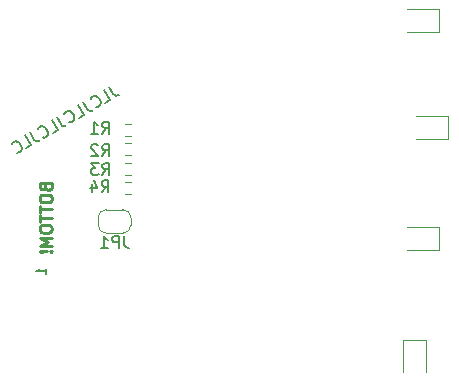
<source format=gbo>
G04 #@! TF.GenerationSoftware,KiCad,Pcbnew,8.0.1*
G04 #@! TF.CreationDate,2024-04-08T19:57:07+01:00*
G04 #@! TF.ProjectId,hexpansion,68657870-616e-4736-996f-6e2e6b696361,rev?*
G04 #@! TF.SameCoordinates,Original*
G04 #@! TF.FileFunction,Legend,Bot*
G04 #@! TF.FilePolarity,Positive*
%FSLAX46Y46*%
G04 Gerber Fmt 4.6, Leading zero omitted, Abs format (unit mm)*
G04 Created by KiCad (PCBNEW 8.0.1) date 2024-04-08 19:57:07*
%MOMM*%
%LPD*%
G01*
G04 APERTURE LIST*
%ADD10C,0.150000*%
%ADD11C,0.250000*%
%ADD12C,0.200000*%
%ADD13C,0.120000*%
G04 APERTURE END LIST*
D10*
X108695814Y-87932481D02*
X109052957Y-88551070D01*
X109052957Y-88551070D02*
X109165625Y-88650979D01*
X109165625Y-88650979D02*
X109295722Y-88685838D01*
X109295722Y-88685838D02*
X109443250Y-88655649D01*
X109443250Y-88655649D02*
X109525728Y-88608030D01*
X108371028Y-89274697D02*
X108783421Y-89036602D01*
X108783421Y-89036602D02*
X108283421Y-88170576D01*
X107539862Y-89644599D02*
X107604910Y-89662029D01*
X107604910Y-89662029D02*
X107752438Y-89631840D01*
X107752438Y-89631840D02*
X107834916Y-89584221D01*
X107834916Y-89584221D02*
X107934825Y-89471553D01*
X107934825Y-89471553D02*
X107969684Y-89341455D01*
X107969684Y-89341455D02*
X107963305Y-89235167D01*
X107963305Y-89235167D02*
X107909306Y-89046400D01*
X107909306Y-89046400D02*
X107837877Y-88922682D01*
X107837877Y-88922682D02*
X107701400Y-88781535D01*
X107701400Y-88781535D02*
X107612541Y-88722866D01*
X107612541Y-88722866D02*
X107482444Y-88688006D01*
X107482444Y-88688006D02*
X107334916Y-88718195D01*
X107334916Y-88718195D02*
X107252438Y-88765814D01*
X107252438Y-88765814D02*
X107152529Y-88878482D01*
X107152529Y-88878482D02*
X107135100Y-88943531D01*
X106468891Y-89218195D02*
X106826034Y-89836785D01*
X106826034Y-89836785D02*
X106938702Y-89936693D01*
X106938702Y-89936693D02*
X107068799Y-89971553D01*
X107068799Y-89971553D02*
X107216327Y-89941364D01*
X107216327Y-89941364D02*
X107298805Y-89893745D01*
X106144105Y-90560411D02*
X106556498Y-90322316D01*
X106556498Y-90322316D02*
X106056498Y-89456291D01*
X105312939Y-90930314D02*
X105377987Y-90947744D01*
X105377987Y-90947744D02*
X105525515Y-90917554D01*
X105525515Y-90917554D02*
X105607994Y-90869935D01*
X105607994Y-90869935D02*
X105707902Y-90757267D01*
X105707902Y-90757267D02*
X105742761Y-90627170D01*
X105742761Y-90627170D02*
X105736382Y-90520882D01*
X105736382Y-90520882D02*
X105682383Y-90332115D01*
X105682383Y-90332115D02*
X105610954Y-90208397D01*
X105610954Y-90208397D02*
X105474477Y-90067249D01*
X105474477Y-90067249D02*
X105385619Y-90008580D01*
X105385619Y-90008580D02*
X105255521Y-89973721D01*
X105255521Y-89973721D02*
X105107994Y-90003910D01*
X105107994Y-90003910D02*
X105025515Y-90051529D01*
X105025515Y-90051529D02*
X104925607Y-90164197D01*
X104925607Y-90164197D02*
X104908177Y-90229246D01*
X104241968Y-90503910D02*
X104599111Y-91122499D01*
X104599111Y-91122499D02*
X104711779Y-91222408D01*
X104711779Y-91222408D02*
X104841877Y-91257267D01*
X104841877Y-91257267D02*
X104989404Y-91227078D01*
X104989404Y-91227078D02*
X105071883Y-91179459D01*
X103917182Y-91846126D02*
X104329575Y-91608031D01*
X104329575Y-91608031D02*
X103829575Y-90742005D01*
X103086016Y-92216028D02*
X103151065Y-92233458D01*
X103151065Y-92233458D02*
X103298592Y-92203269D01*
X103298592Y-92203269D02*
X103381071Y-92155650D01*
X103381071Y-92155650D02*
X103480979Y-92042982D01*
X103480979Y-92042982D02*
X103515839Y-91912884D01*
X103515839Y-91912884D02*
X103509459Y-91806596D01*
X103509459Y-91806596D02*
X103455460Y-91617829D01*
X103455460Y-91617829D02*
X103384032Y-91494111D01*
X103384032Y-91494111D02*
X103247554Y-91352964D01*
X103247554Y-91352964D02*
X103158696Y-91294295D01*
X103158696Y-91294295D02*
X103028598Y-91259435D01*
X103028598Y-91259435D02*
X102881071Y-91289624D01*
X102881071Y-91289624D02*
X102798592Y-91337243D01*
X102798592Y-91337243D02*
X102698684Y-91449911D01*
X102698684Y-91449911D02*
X102681254Y-91514960D01*
X102015045Y-91789624D02*
X102372188Y-92408214D01*
X102372188Y-92408214D02*
X102484856Y-92508122D01*
X102484856Y-92508122D02*
X102614954Y-92542982D01*
X102614954Y-92542982D02*
X102762481Y-92512793D01*
X102762481Y-92512793D02*
X102844960Y-92465174D01*
X101690259Y-93131840D02*
X102102652Y-92893745D01*
X102102652Y-92893745D02*
X101602652Y-92027720D01*
X100859093Y-93501743D02*
X100924142Y-93519173D01*
X100924142Y-93519173D02*
X101071669Y-93488983D01*
X101071669Y-93488983D02*
X101154148Y-93441364D01*
X101154148Y-93441364D02*
X101254056Y-93328696D01*
X101254056Y-93328696D02*
X101288916Y-93198599D01*
X101288916Y-93198599D02*
X101282536Y-93092311D01*
X101282536Y-93092311D02*
X101228537Y-92903544D01*
X101228537Y-92903544D02*
X101157109Y-92779826D01*
X101157109Y-92779826D02*
X101020631Y-92638678D01*
X101020631Y-92638678D02*
X100931773Y-92580009D01*
X100931773Y-92580009D02*
X100801675Y-92545150D01*
X100801675Y-92545150D02*
X100654148Y-92575339D01*
X100654148Y-92575339D02*
X100571669Y-92622958D01*
X100571669Y-92622958D02*
X100471761Y-92735626D01*
X100471761Y-92735626D02*
X100454331Y-92800675D01*
D11*
X103290809Y-96435901D02*
X103338428Y-96578758D01*
X103338428Y-96578758D02*
X103386047Y-96626377D01*
X103386047Y-96626377D02*
X103481285Y-96673996D01*
X103481285Y-96673996D02*
X103624142Y-96673996D01*
X103624142Y-96673996D02*
X103719380Y-96626377D01*
X103719380Y-96626377D02*
X103767000Y-96578758D01*
X103767000Y-96578758D02*
X103814619Y-96483520D01*
X103814619Y-96483520D02*
X103814619Y-96102568D01*
X103814619Y-96102568D02*
X102814619Y-96102568D01*
X102814619Y-96102568D02*
X102814619Y-96435901D01*
X102814619Y-96435901D02*
X102862238Y-96531139D01*
X102862238Y-96531139D02*
X102909857Y-96578758D01*
X102909857Y-96578758D02*
X103005095Y-96626377D01*
X103005095Y-96626377D02*
X103100333Y-96626377D01*
X103100333Y-96626377D02*
X103195571Y-96578758D01*
X103195571Y-96578758D02*
X103243190Y-96531139D01*
X103243190Y-96531139D02*
X103290809Y-96435901D01*
X103290809Y-96435901D02*
X103290809Y-96102568D01*
X102814619Y-97293044D02*
X102814619Y-97483520D01*
X102814619Y-97483520D02*
X102862238Y-97578758D01*
X102862238Y-97578758D02*
X102957476Y-97673996D01*
X102957476Y-97673996D02*
X103147952Y-97721615D01*
X103147952Y-97721615D02*
X103481285Y-97721615D01*
X103481285Y-97721615D02*
X103671761Y-97673996D01*
X103671761Y-97673996D02*
X103767000Y-97578758D01*
X103767000Y-97578758D02*
X103814619Y-97483520D01*
X103814619Y-97483520D02*
X103814619Y-97293044D01*
X103814619Y-97293044D02*
X103767000Y-97197806D01*
X103767000Y-97197806D02*
X103671761Y-97102568D01*
X103671761Y-97102568D02*
X103481285Y-97054949D01*
X103481285Y-97054949D02*
X103147952Y-97054949D01*
X103147952Y-97054949D02*
X102957476Y-97102568D01*
X102957476Y-97102568D02*
X102862238Y-97197806D01*
X102862238Y-97197806D02*
X102814619Y-97293044D01*
X102814619Y-98007330D02*
X102814619Y-98578758D01*
X103814619Y-98293044D02*
X102814619Y-98293044D01*
X102814619Y-98769235D02*
X102814619Y-99340663D01*
X103814619Y-99054949D02*
X102814619Y-99054949D01*
X102814619Y-99864473D02*
X102814619Y-100054949D01*
X102814619Y-100054949D02*
X102862238Y-100150187D01*
X102862238Y-100150187D02*
X102957476Y-100245425D01*
X102957476Y-100245425D02*
X103147952Y-100293044D01*
X103147952Y-100293044D02*
X103481285Y-100293044D01*
X103481285Y-100293044D02*
X103671761Y-100245425D01*
X103671761Y-100245425D02*
X103767000Y-100150187D01*
X103767000Y-100150187D02*
X103814619Y-100054949D01*
X103814619Y-100054949D02*
X103814619Y-99864473D01*
X103814619Y-99864473D02*
X103767000Y-99769235D01*
X103767000Y-99769235D02*
X103671761Y-99673997D01*
X103671761Y-99673997D02*
X103481285Y-99626378D01*
X103481285Y-99626378D02*
X103147952Y-99626378D01*
X103147952Y-99626378D02*
X102957476Y-99673997D01*
X102957476Y-99673997D02*
X102862238Y-99769235D01*
X102862238Y-99769235D02*
X102814619Y-99864473D01*
X103814619Y-100721616D02*
X102814619Y-100721616D01*
X102814619Y-100721616D02*
X103528904Y-101054949D01*
X103528904Y-101054949D02*
X102814619Y-101388282D01*
X102814619Y-101388282D02*
X103814619Y-101388282D01*
X103719380Y-101864473D02*
X103767000Y-101912092D01*
X103767000Y-101912092D02*
X103814619Y-101864473D01*
X103814619Y-101864473D02*
X103767000Y-101816854D01*
X103767000Y-101816854D02*
X103719380Y-101864473D01*
X103719380Y-101864473D02*
X103814619Y-101864473D01*
X103433666Y-101864473D02*
X102862238Y-101816854D01*
X102862238Y-101816854D02*
X102814619Y-101864473D01*
X102814619Y-101864473D02*
X102862238Y-101912092D01*
X102862238Y-101912092D02*
X103433666Y-101864473D01*
X103433666Y-101864473D02*
X102814619Y-101864473D01*
D12*
X103341695Y-103791101D02*
X103341695Y-103333958D01*
X103341695Y-103562530D02*
X102541695Y-103562530D01*
X102541695Y-103562530D02*
X102655980Y-103486339D01*
X102655980Y-103486339D02*
X102732171Y-103410149D01*
X102732171Y-103410149D02*
X102770266Y-103333958D01*
D10*
X109983333Y-100579819D02*
X109983333Y-101294104D01*
X109983333Y-101294104D02*
X110030952Y-101436961D01*
X110030952Y-101436961D02*
X110126190Y-101532200D01*
X110126190Y-101532200D02*
X110269047Y-101579819D01*
X110269047Y-101579819D02*
X110364285Y-101579819D01*
X109507142Y-101579819D02*
X109507142Y-100579819D01*
X109507142Y-100579819D02*
X109126190Y-100579819D01*
X109126190Y-100579819D02*
X109030952Y-100627438D01*
X109030952Y-100627438D02*
X108983333Y-100675057D01*
X108983333Y-100675057D02*
X108935714Y-100770295D01*
X108935714Y-100770295D02*
X108935714Y-100913152D01*
X108935714Y-100913152D02*
X108983333Y-101008390D01*
X108983333Y-101008390D02*
X109030952Y-101056009D01*
X109030952Y-101056009D02*
X109126190Y-101103628D01*
X109126190Y-101103628D02*
X109507142Y-101103628D01*
X107983333Y-101579819D02*
X108554761Y-101579819D01*
X108269047Y-101579819D02*
X108269047Y-100579819D01*
X108269047Y-100579819D02*
X108364285Y-100722676D01*
X108364285Y-100722676D02*
X108459523Y-100817914D01*
X108459523Y-100817914D02*
X108554761Y-100865533D01*
X108066666Y-96854819D02*
X108399999Y-96378628D01*
X108638094Y-96854819D02*
X108638094Y-95854819D01*
X108638094Y-95854819D02*
X108257142Y-95854819D01*
X108257142Y-95854819D02*
X108161904Y-95902438D01*
X108161904Y-95902438D02*
X108114285Y-95950057D01*
X108114285Y-95950057D02*
X108066666Y-96045295D01*
X108066666Y-96045295D02*
X108066666Y-96188152D01*
X108066666Y-96188152D02*
X108114285Y-96283390D01*
X108114285Y-96283390D02*
X108161904Y-96331009D01*
X108161904Y-96331009D02*
X108257142Y-96378628D01*
X108257142Y-96378628D02*
X108638094Y-96378628D01*
X107209523Y-96188152D02*
X107209523Y-96854819D01*
X107447618Y-95807200D02*
X107685713Y-96521485D01*
X107685713Y-96521485D02*
X107066666Y-96521485D01*
X108116666Y-93799819D02*
X108449999Y-93323628D01*
X108688094Y-93799819D02*
X108688094Y-92799819D01*
X108688094Y-92799819D02*
X108307142Y-92799819D01*
X108307142Y-92799819D02*
X108211904Y-92847438D01*
X108211904Y-92847438D02*
X108164285Y-92895057D01*
X108164285Y-92895057D02*
X108116666Y-92990295D01*
X108116666Y-92990295D02*
X108116666Y-93133152D01*
X108116666Y-93133152D02*
X108164285Y-93228390D01*
X108164285Y-93228390D02*
X108211904Y-93276009D01*
X108211904Y-93276009D02*
X108307142Y-93323628D01*
X108307142Y-93323628D02*
X108688094Y-93323628D01*
X107735713Y-92895057D02*
X107688094Y-92847438D01*
X107688094Y-92847438D02*
X107592856Y-92799819D01*
X107592856Y-92799819D02*
X107354761Y-92799819D01*
X107354761Y-92799819D02*
X107259523Y-92847438D01*
X107259523Y-92847438D02*
X107211904Y-92895057D01*
X107211904Y-92895057D02*
X107164285Y-92990295D01*
X107164285Y-92990295D02*
X107164285Y-93085533D01*
X107164285Y-93085533D02*
X107211904Y-93228390D01*
X107211904Y-93228390D02*
X107783332Y-93799819D01*
X107783332Y-93799819D02*
X107164285Y-93799819D01*
X108128744Y-95399501D02*
X108462077Y-94923310D01*
X108700172Y-95399501D02*
X108700172Y-94399501D01*
X108700172Y-94399501D02*
X108319220Y-94399501D01*
X108319220Y-94399501D02*
X108223982Y-94447120D01*
X108223982Y-94447120D02*
X108176363Y-94494739D01*
X108176363Y-94494739D02*
X108128744Y-94589977D01*
X108128744Y-94589977D02*
X108128744Y-94732834D01*
X108128744Y-94732834D02*
X108176363Y-94828072D01*
X108176363Y-94828072D02*
X108223982Y-94875691D01*
X108223982Y-94875691D02*
X108319220Y-94923310D01*
X108319220Y-94923310D02*
X108700172Y-94923310D01*
X107795410Y-94399501D02*
X107176363Y-94399501D01*
X107176363Y-94399501D02*
X107509696Y-94780453D01*
X107509696Y-94780453D02*
X107366839Y-94780453D01*
X107366839Y-94780453D02*
X107271601Y-94828072D01*
X107271601Y-94828072D02*
X107223982Y-94875691D01*
X107223982Y-94875691D02*
X107176363Y-94970929D01*
X107176363Y-94970929D02*
X107176363Y-95209024D01*
X107176363Y-95209024D02*
X107223982Y-95304262D01*
X107223982Y-95304262D02*
X107271601Y-95351882D01*
X107271601Y-95351882D02*
X107366839Y-95399501D01*
X107366839Y-95399501D02*
X107652553Y-95399501D01*
X107652553Y-95399501D02*
X107747791Y-95351882D01*
X107747791Y-95351882D02*
X107795410Y-95304262D01*
X108116666Y-91894819D02*
X108449999Y-91418628D01*
X108688094Y-91894819D02*
X108688094Y-90894819D01*
X108688094Y-90894819D02*
X108307142Y-90894819D01*
X108307142Y-90894819D02*
X108211904Y-90942438D01*
X108211904Y-90942438D02*
X108164285Y-90990057D01*
X108164285Y-90990057D02*
X108116666Y-91085295D01*
X108116666Y-91085295D02*
X108116666Y-91228152D01*
X108116666Y-91228152D02*
X108164285Y-91323390D01*
X108164285Y-91323390D02*
X108211904Y-91371009D01*
X108211904Y-91371009D02*
X108307142Y-91418628D01*
X108307142Y-91418628D02*
X108688094Y-91418628D01*
X107164285Y-91894819D02*
X107735713Y-91894819D01*
X107449999Y-91894819D02*
X107449999Y-90894819D01*
X107449999Y-90894819D02*
X107545237Y-91037676D01*
X107545237Y-91037676D02*
X107640475Y-91132914D01*
X107640475Y-91132914D02*
X107735713Y-91180533D01*
D13*
X107750000Y-99625000D02*
X107750000Y-99025000D01*
X108450000Y-98325000D02*
X109850000Y-98325000D01*
X109850000Y-100325000D02*
X108450000Y-100325000D01*
X110550000Y-99025000D02*
X110550000Y-99625000D01*
X107750000Y-99025000D02*
G75*
G02*
X108450000Y-98325000I699999J1D01*
G01*
X108450000Y-100325000D02*
G75*
G02*
X107750000Y-99625000I-1J699999D01*
G01*
X109850000Y-98325000D02*
G75*
G02*
X110550000Y-99025000I0J-700000D01*
G01*
X110550000Y-99625000D02*
G75*
G02*
X109850000Y-100325000I-700000J0D01*
G01*
X134686800Y-92349200D02*
X137371800Y-92349200D01*
X137371800Y-90429200D02*
X134686800Y-90429200D01*
X137371800Y-92349200D02*
X137371800Y-90429200D01*
X110537258Y-97042500D02*
X110062742Y-97042500D01*
X110537258Y-95997500D02*
X110062742Y-95997500D01*
X110537258Y-92695500D02*
X110062742Y-92695500D01*
X110537258Y-93740500D02*
X110062742Y-93740500D01*
X110536258Y-94346500D02*
X110061742Y-94346500D01*
X110536258Y-95391500D02*
X110061742Y-95391500D01*
X133609200Y-109409400D02*
X133609200Y-112094400D01*
X135529200Y-109409400D02*
X133609200Y-109409400D01*
X135529200Y-112094400D02*
X135529200Y-109409400D01*
X110537258Y-91044500D02*
X110062742Y-91044500D01*
X110537258Y-92089500D02*
X110062742Y-92089500D01*
X133919600Y-101747200D02*
X136604600Y-101747200D01*
X136604600Y-99827200D02*
X133919600Y-99827200D01*
X136604600Y-101747200D02*
X136604600Y-99827200D01*
X133930000Y-83306800D02*
X136615000Y-83306800D01*
X136615000Y-81386800D02*
X133930000Y-81386800D01*
X136615000Y-83306800D02*
X136615000Y-81386800D01*
M02*

</source>
